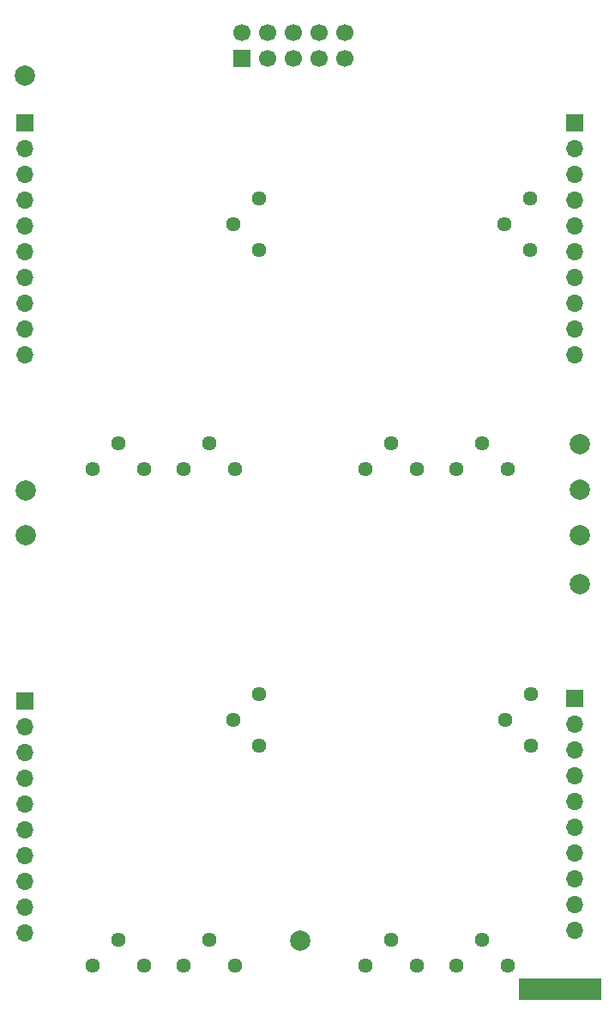
<source format=gbr>
%TF.GenerationSoftware,KiCad,Pcbnew,7.0.6*%
%TF.CreationDate,2023-08-14T18:27:38+01:00*%
%TF.ProjectId,Quadraphone_Components,51756164-7261-4706-986f-6e655f436f6d,rev?*%
%TF.SameCoordinates,Original*%
%TF.FileFunction,Soldermask,Bot*%
%TF.FilePolarity,Negative*%
%FSLAX46Y46*%
G04 Gerber Fmt 4.6, Leading zero omitted, Abs format (unit mm)*
G04 Created by KiCad (PCBNEW 7.0.6) date 2023-08-14 18:27:38*
%MOMM*%
%LPD*%
G01*
G04 APERTURE LIST*
%ADD10C,0.100000*%
%ADD11C,2.000000*%
%ADD12R,1.700000X1.700000*%
%ADD13C,1.700000*%
%ADD14C,1.440000*%
%ADD15O,1.700000X1.700000*%
G04 APERTURE END LIST*
%TO.C,FID1*%
D10*
X109600000Y-149400000D02*
X101600000Y-149400000D01*
X101600000Y-147400000D01*
X109600000Y-147400000D01*
X109600000Y-149400000D01*
G36*
X109600000Y-149400000D02*
G01*
X101600000Y-149400000D01*
X101600000Y-147400000D01*
X109600000Y-147400000D01*
X109600000Y-149400000D01*
G37*
%TD*%
D11*
%TO.C,TP7*%
X52900000Y-103700000D03*
%TD*%
%TO.C,TP1*%
X52900000Y-99300000D03*
%TD*%
%TO.C,TP5*%
X107600000Y-108500000D03*
%TD*%
%TO.C,TP3*%
X107600000Y-99200000D03*
%TD*%
%TO.C,TP2*%
X107600000Y-94700000D03*
%TD*%
D12*
%TO.C,J5*%
X74200000Y-56700000D03*
D13*
X74200000Y-54160000D03*
X76740000Y-56700000D03*
X76740000Y-54160000D03*
X79280000Y-56700000D03*
X79280000Y-54160000D03*
X81820000Y-56700000D03*
X81820000Y-54160000D03*
X84360000Y-56700000D03*
X84360000Y-54160000D03*
%TD*%
D11*
%TO.C,TP6*%
X52800000Y-58400000D03*
%TD*%
D14*
%TO.C,HF_Track_Trim3*%
X68500000Y-146100000D03*
X71040000Y-143560000D03*
X73580000Y-146100000D03*
%TD*%
%TO.C,HF_Track_Trim1*%
X68500000Y-97200000D03*
X71040000Y-94660000D03*
X73580000Y-97200000D03*
%TD*%
%TO.C,Base_Freq_Trim4*%
X86400000Y-146100000D03*
X88940000Y-143560000D03*
X91480000Y-146100000D03*
%TD*%
%TO.C,Expo_Trim2*%
X102700000Y-75600000D03*
X100160000Y-73060000D03*
X102700000Y-70520000D03*
%TD*%
%TO.C,Base_Freq_Trim1*%
X59500000Y-97200000D03*
X62040000Y-94660000D03*
X64580000Y-97200000D03*
%TD*%
%TO.C,Expo_Trim3*%
X75900000Y-124425000D03*
X73360000Y-121885000D03*
X75900000Y-119345000D03*
%TD*%
%TO.C,Expo_Trim4*%
X102800000Y-124425000D03*
X100260000Y-121885000D03*
X102800000Y-119345000D03*
%TD*%
D11*
%TO.C,TP8*%
X107600000Y-103700000D03*
%TD*%
%TO.C,TP4*%
X80000000Y-143600000D03*
%TD*%
D14*
%TO.C,Base_Freq_Trim2*%
X86400000Y-97200000D03*
X88940000Y-94660000D03*
X91480000Y-97200000D03*
%TD*%
%TO.C,Expo_Trim1*%
X75900000Y-75600000D03*
X73360000Y-73060000D03*
X75900000Y-70520000D03*
%TD*%
%TO.C,Base_Freq_Trim3*%
X59500000Y-146100000D03*
X62040000Y-143560000D03*
X64580000Y-146100000D03*
%TD*%
%TO.C,HF_Track_Trim2*%
X95400000Y-97200000D03*
X97940000Y-94660000D03*
X100480000Y-97200000D03*
%TD*%
%TO.C,HF_Track_Trim4*%
X95400000Y-146100000D03*
X97940000Y-143560000D03*
X100480000Y-146100000D03*
%TD*%
D12*
%TO.C,J4*%
X107100000Y-119800000D03*
D15*
X107100000Y-122340000D03*
X107100000Y-124880000D03*
X107100000Y-127420000D03*
X107100000Y-129960000D03*
X107100000Y-132500000D03*
X107100000Y-135040000D03*
X107100000Y-137580000D03*
X107100000Y-140120000D03*
X107100000Y-142660000D03*
%TD*%
D12*
%TO.C,J3*%
X52800000Y-120000000D03*
D15*
X52800000Y-122540000D03*
X52800000Y-125080000D03*
X52800000Y-127620000D03*
X52800000Y-130160000D03*
X52800000Y-132700000D03*
X52800000Y-135240000D03*
X52800000Y-137780000D03*
X52800000Y-140320000D03*
X52800000Y-142860000D03*
%TD*%
D12*
%TO.C,J2*%
X107100000Y-63000000D03*
D15*
X107100000Y-65540000D03*
X107100000Y-68080000D03*
X107100000Y-70620000D03*
X107100000Y-73160000D03*
X107100000Y-75700000D03*
X107100000Y-78240000D03*
X107100000Y-80780000D03*
X107100000Y-83320000D03*
X107100000Y-85860000D03*
%TD*%
D12*
%TO.C,J1*%
X52800000Y-63000000D03*
D15*
X52800000Y-65540000D03*
X52800000Y-68080000D03*
X52800000Y-70620000D03*
X52800000Y-73160000D03*
X52800000Y-75700000D03*
X52800000Y-78240000D03*
X52800000Y-80780000D03*
X52800000Y-83320000D03*
X52800000Y-85860000D03*
%TD*%
M02*

</source>
